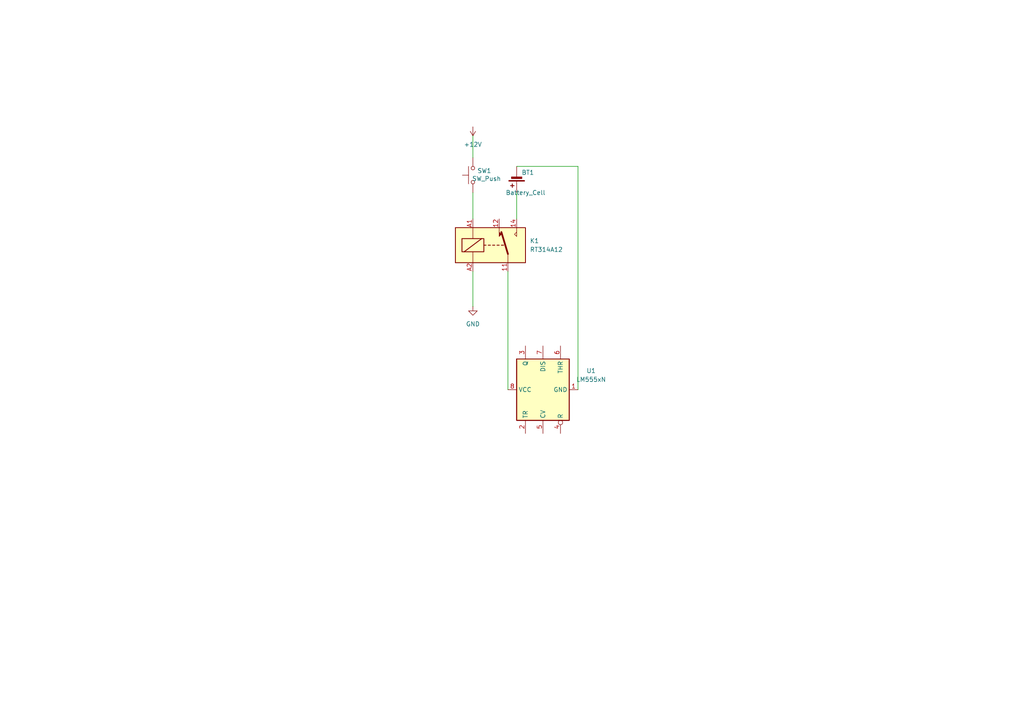
<source format=kicad_sch>
(kicad_sch (version 20231120) (generator "eeschema") (generator_version "8.0")
  (paper "A4")
  (lib_symbols
    (symbol "Device:Battery_Cell" (pin_numbers hide) (pin_names (offset 0) hide)
      (property "Reference" "BT" (at 2.54 2.54 0))
      (property "Value" "Battery_Cell" (at 2.54 0 0))
      (symbol "Battery_Cell_0_1"
        (rectangle (start -2.286 1.778) (end 2.286 1.524) (fill (type outline)))
        (rectangle (start -1.524 1.016) (end 1.524 0.508) (fill (type outline)))
        (polyline (pts (xy 0 0.762) (xy 0 0)))
        (polyline (pts (xy 0 1.778) (xy 0 2.54)))
        (polyline (pts (xy 0.762 3.048) (xy 1.778 3.048)) (stroke (width 0.254)))
        (polyline (pts (xy 1.27 3.556) (xy 1.27 2.54)) (stroke (width 0.254)))
      )
      (symbol "Battery_Cell_1_1"
        (pin passive line (at 0 5.08 270) (length 2.54) (name "+") (number "1"))
        (pin passive line (at 0 -2.54 90) (length 2.54) (name "-") (number "2"))
      )
    )
    (symbol "Relay:RT314A12"
      (property "Reference" "K" (at 11.43 3.81 0))
      (property "Value" "RT314A12" (at 11.43 1.27 0))
      (symbol "RT314A12_0_0"
        (polyline (pts (xy -2.54 1.905) (xy -7.62 -1.905)) (stroke (width 0.254)))
      )
      (symbol "RT314A12_0_1"
        (rectangle (start -10.16 5.08) (end 10.16 -5.08) (stroke (width 0.254)) (fill (type background)))
        (rectangle (start -8.255 1.905) (end -1.905 -1.905) (stroke (width 0.254)))
        (polyline (pts (xy -5.08 -5.08) (xy -5.08 -1.905)))
        (polyline (pts (xy -5.08 5.08) (xy -5.08 1.905)))
        (polyline (pts (xy -1.905 0) (xy -1.27 0)) (stroke (width 0.254)))
        (polyline (pts (xy -0.635 0) (xy 0 0)) (stroke (width 0.254)))
        (polyline (pts (xy 0.635 0) (xy 1.27 0)) (stroke (width 0.254)))
        (polyline (pts (xy 1.905 0) (xy 2.54 0)) (stroke (width 0.254)))
        (polyline (pts (xy 3.175 0) (xy 3.81 0)) (stroke (width 0.254)))
        (polyline (pts (xy 5.08 -2.54) (xy 3.175 3.81)) (stroke (width 0.508)))
        (polyline (pts (xy 5.08 -2.54) (xy 5.08 -5.08)))
        (polyline (pts (xy 2.54 5.08) (xy 2.54 2.54) (xy 3.175 3.175) (xy 2.54 3.81)) (fill (type outline)))
        (polyline (pts (xy 7.62 5.08) (xy 7.62 2.54) (xy 6.985 3.175) (xy 7.62 3.81)))
      )
      (symbol "RT314A12_1_1"
        (pin passive line (at 5.08 -7.62 90) (length 2.54) (name "~") (number "11"))
        (pin passive line (at 2.54 7.62 270) (length 2.54) (name "~") (number "12"))
        (pin passive line (at 7.62 7.62 270) (length 2.54) (name "~") (number "14"))
        (pin passive line (at -5.08 7.62 270) (length 2.54) (name "~") (number "A1"))
        (pin passive line (at -5.08 -7.62 90) (length 2.54) (name "~") (number "A2"))
      )
    )
    (symbol "Switch:SW_Push" (pin_numbers hide) (pin_names (offset 1.016) hide)
      (property "Reference" "SW" (at 1.27 2.54 0))
      (property "Value" "SW_Push" (at 0 -1.524 0))
      (symbol "SW_Push_0_1"
        (circle (center -2.032 0) (radius 0.508))
        (polyline (pts (xy 0 1.27) (xy 0 3.048)))
        (polyline (pts (xy 2.54 1.27) (xy -2.54 1.27)))
        (circle (center 2.032 0) (radius 0.508))
        (pin passive line (at -5.08 0 0) (length 2.54) (name "1") (number "1"))
        (pin passive line (at 5.08 0 180) (length 2.54) (name "2") (number "2"))
      )
    )
    (symbol "Timer:LM555xN"
      (property "Reference" "U" (at -10.16 8.89 0))
      (property "Value" "LM555xN" (at 2.54 8.89 0))
      (symbol "LM555xN_0_0"
        (pin power_in line (at 0 -10.16 90) (length 2.54) (name "GND") (number "1"))
        (pin power_in line (at 0 10.16 270) (length 2.54) (name "VCC") (number "8"))
      )
      (symbol "LM555xN_0_1"
        (rectangle (start -8.89 -7.62) (end 8.89 7.62) (stroke (width 0.254)) (fill (type background)))
        (rectangle (start -8.89 -7.62) (end 8.89 7.62) (stroke (width 0.254)) (fill (type background)))
      )
      (symbol "LM555xN_1_1"
        (pin input line (at -12.7 5.08 0) (length 3.81) (name "TR") (number "2"))
        (pin output line (at 12.7 5.08 180) (length 3.81) (name "Q") (number "3"))
        (pin input inverted (at -12.7 -5.08 0) (length 3.81) (name "R") (number "4"))
        (pin input line (at -12.7 0 0) (length 3.81) (name "CV") (number "5"))
        (pin input line (at 12.7 -5.08 180) (length 3.81) (name "THR") (number "6"))
        (pin input line (at 12.7 0 180) (length 3.81) (name "DIS") (number "7"))
      )
    )
    (symbol "power:+12V" (power) (pin_numbers hide) (pin_names (offset 0) hide)
      (property "Value" "+12V" (at 0 3.556 0))
      (symbol "+12V_0_1"
        (polyline (pts (xy -0.762 1.27) (xy 0 2.54)))
        (polyline (pts (xy 0 0) (xy 0 2.54)))
        (polyline (pts (xy 0 2.54) (xy 0.762 1.27)))
      )
      (symbol "+12V_1_1"
        (pin power_in line (at 0 0 90) (length 0) (name "~") (number "1"))
      )
    )
    (symbol "power:GND" (power) (pin_numbers hide) (pin_names (offset 0) hide)
      (property "Value" "GND" (at 0 -3.81 0))
      (symbol "GND_0_1"
        (polyline (pts (xy 0 0) (xy 0 -1.27) (xy 1.27 -1.27) (xy 0 -2.54) (xy -1.27 -1.27) (xy 0 -1.27)))
      )
      (symbol "GND_1_1"
        (pin power_in line (at 0 0 270) (length 0) (name "~") (number "1"))
      )
    )
  )
  (wire (pts (xy 149.86 55.88) (xy 149.86 63.5)))
  (wire (pts (xy 137.16 78.74) (xy 137.16 88.9)))
  (wire (pts (xy 167.64 48.26) (xy 149.86 48.26)))
  (wire (pts (xy 137.16 39.37) (xy 137.16 45.72)))
  (wire (pts (xy 147.32 78.74) (xy 147.32 113.03)))
  (wire (pts (xy 167.64 113.03) (xy 167.64 48.26)))
  (wire (pts (xy 137.16 55.88) (xy 137.16 63.5)))
  (symbol (lib_id "power:GND") (at 137.16 88.9 0) (unit 1)
    (property "Reference" "#PWR01" (effects (hide yes)))
    (property "Value" "GND" (at 137.16 93.98 0))
    (property "Description" "Power symbol creates a global label with name \"GND\" , ground" (effects (hide yes)))
  )
  (symbol (lib_id "power:+12V") (at 137.16 36.83 180) (unit 1)
    (property "Reference" "#PWR02" (effects (hide yes)))
    (property "Value" "+12V" (at 137.16 41.91 0))
    (property "Description" "Power symbol creates a global label with name \"+12V\"" (effects (hide yes)))
  )
  (symbol (lib_id "Relay:RT314A12") (at 142.24 71.12 0) (unit 1)
    (property "Reference" "K1" (at 153.67 69.8499 0) (effects (justify left)))
    (property "Value" "RT314A12" (at 153.67 72.3899 0) (effects (justify left)))
    (property "Footprint" "Relay_THT:Relay_SPDT_Schrack-RT1-16A-FormC_RM5mm" (effects (hide yes)))
    (property "Datasheet" "https://www.te.com/commerce/DocumentDelivery/DDEController?Action=srchrtrv&DocNm=RT1_bistable&DocType=DS&DocLang=English" (effects (hide yes)))
    (property "Description" "Schrack RT1 relay, bistable single pole dual throw, single DC coil, 12V" (effects (hide yes)))
  )
  (symbol (lib_id "Timer:LM555xN") (at 157.48 113.03 90) (unit 1)
    (property "Reference" "U1" (at 171.45 107.5338 90))
    (property "Value" "LM555xN" (at 171.45 110.0738 90))
    (property "Footprint" "Package_DIP:DIP-8_W7.62mm" (effects (hide yes)))
    (property "Datasheet" "http://www.ti.com/lit/ds/symlink/lm555.pdf" (effects (hide yes)))
    (property "Description" "Timer, 555 compatible, PDIP-8" (effects (hide yes)))
  )
  (symbol (lib_id "Device:Battery_Cell") (at 149.86 50.8 180) (unit 1)
    (property "Reference" "BT1" (at 154.94 50.038 0) (effects (justify left)))
    (property "Value" "Battery_Cell" (at 158.242 55.88 0) (effects (justify left)))
    (property "Description" "Single-cell battery" (effects (hide yes)))
  )
  (symbol (lib_id "Switch:SW_Push") (at 137.16 50.8 90) (unit 1)
    (property "Reference" "SW1" (at 138.43 49.5299 90) (effects (justify right)))
    (property "Value" "SW_Push" (at 136.906 51.816 90) (effects (justify right)))
    (property "Description" "Push button switch, generic, two pins" (effects (hide yes)))
  )
)
</source>
